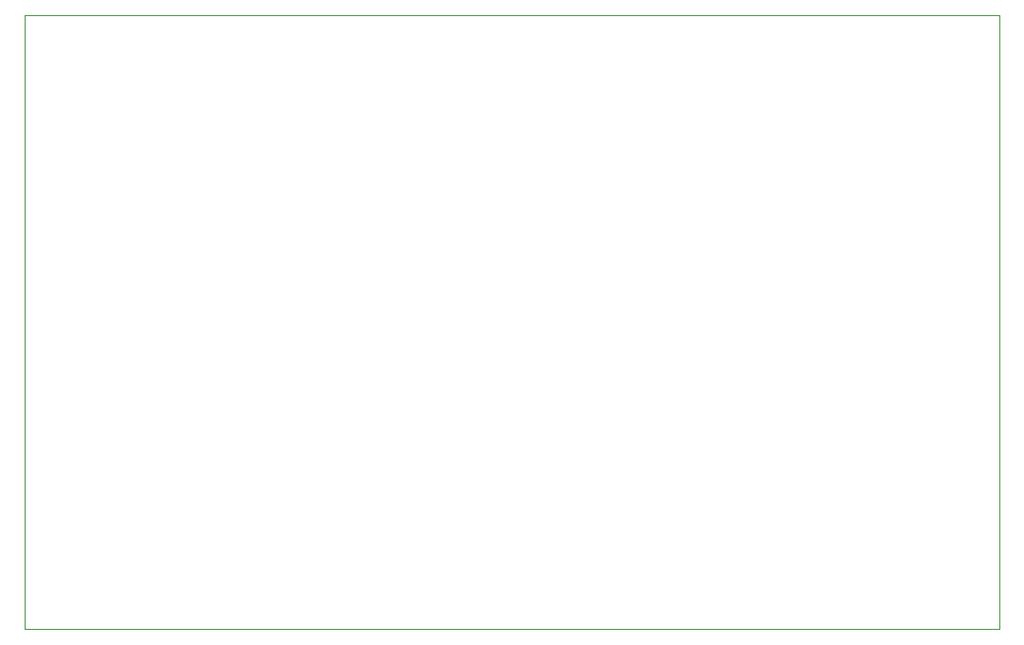
<source format=gbr>
%TF.GenerationSoftware,KiCad,Pcbnew,9.0.5*%
%TF.CreationDate,2026-02-21T14:17:59+05:30*%
%TF.ProjectId,gignal generatoe(sine _ sqaure _ triangle),6769676e-616c-4206-9765-6e657261746f,rev?*%
%TF.SameCoordinates,Original*%
%TF.FileFunction,Profile,NP*%
%FSLAX46Y46*%
G04 Gerber Fmt 4.6, Leading zero omitted, Abs format (unit mm)*
G04 Created by KiCad (PCBNEW 9.0.5) date 2026-02-21 14:17:59*
%MOMM*%
%LPD*%
G01*
G04 APERTURE LIST*
%TA.AperFunction,Profile*%
%ADD10C,0.050000*%
%TD*%
G04 APERTURE END LIST*
D10*
X112776000Y-14732000D02*
X199898000Y-14732000D01*
X199898000Y-69596000D01*
X112776000Y-69596000D01*
X112776000Y-14732000D01*
M02*

</source>
